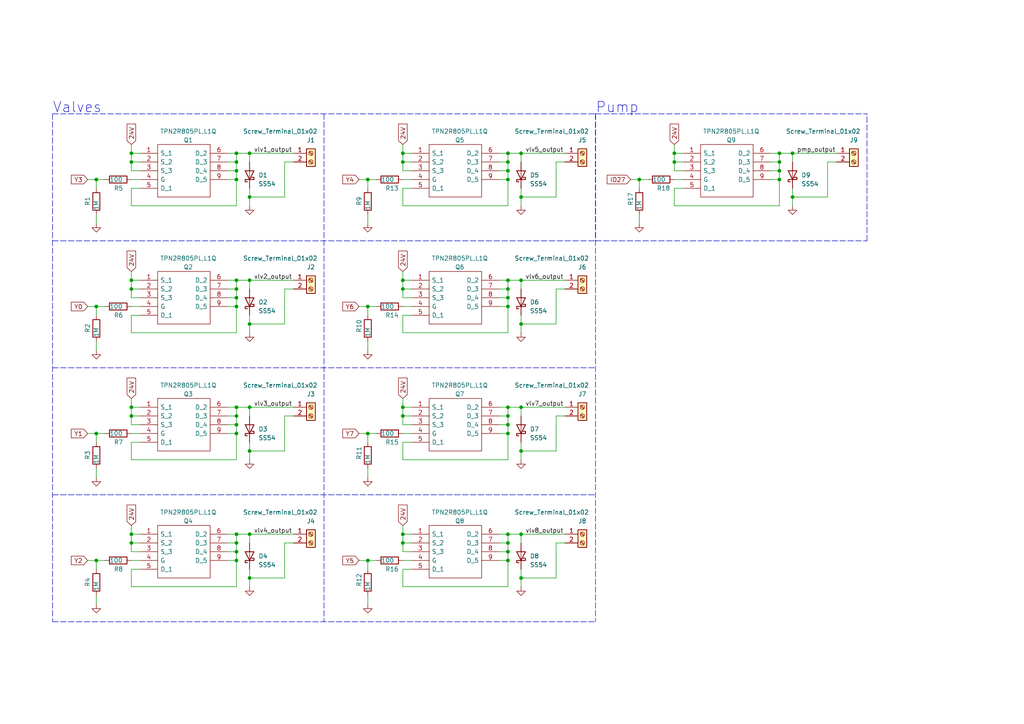
<source format=kicad_sch>
(kicad_sch (version 20211123) (generator eeschema)
  (paper "A4")
  (title_block (title "Plant Watering") (date "2022-08-29") (rev "1") (company "All in one device for plant irrigation") (comment 1 "Reading moisture, processing data, including weather, switching of solenoid valves") (comment 2 "5 A peak current, max. 1 s") (comment 3 "24 V input voltage"))
  (lib_symbols
    (symbol "Connector:Screw_Terminal_01x02" (pin_names (offset 1.016) hide)
      (property "Reference" "J" (at 0 2.54 0))
      (property "Value" "Screw_Terminal_01x02" (at 0 -5.08 0))
      (symbol "Screw_Terminal_01x02_1_1"
        (rectangle (start -1.27 1.27) (end 1.27 -3.81) (stroke (width 0.254)) (fill (type background)))
        (circle (center 0 -2.54) (radius 0.635) (stroke (width 0.1524)))
        (polyline (pts (xy -0.5334 -2.2098) (xy 0.3302 -3.048)) (stroke (width 0.1524)))
        (polyline (pts (xy -0.5334 0.3302) (xy 0.3302 -0.508)) (stroke (width 0.1524)))
        (polyline (pts (xy -0.3556 -2.032) (xy 0.508 -2.8702)) (stroke (width 0.1524)))
        (polyline (pts (xy -0.3556 0.508) (xy 0.508 -0.3302)) (stroke (width 0.1524)))
        (circle (center 0 0) (radius 0.635) (stroke (width 0.1524)))
        (pin passive line (at -5.08 0 0) (length 3.81) (name "Pin_1") (number "1"))
        (pin passive line (at -5.08 -2.54 0) (length 3.81) (name "Pin_2") (number "2"))
      )
    )
    (symbol "Device:D_Schottky" (pin_numbers hide) (pin_names (offset 1.016) hide)
      (property "Reference" "D" (at 0 2.54 0))
      (property "Value" "D_Schottky" (at 0 -2.54 0))
      (symbol "D_Schottky_0_1"
        (polyline (pts (xy 1.27 0) (xy -1.27 0)))
        (polyline (pts (xy 1.27 1.27) (xy 1.27 -1.27) (xy -1.27 0) (xy 1.27 1.27)) (stroke (width 0.254)))
        (polyline (pts (xy -1.905 0.635) (xy -1.905 1.27) (xy -1.27 1.27) (xy -1.27 -1.27) (xy -0.635 -1.27) (xy -0.635 -0.635)) (stroke (width 0.254)))
      )
      (symbol "D_Schottky_1_1"
        (pin passive line (at -3.81 0 0) (length 2.54) (name "K") (number "1"))
        (pin passive line (at 3.81 0 180) (length 2.54) (name "A") (number "2"))
      )
    )
    (symbol "Device:R" (pin_numbers hide) (pin_names (offset 0))
      (property "Reference" "R" (at 2.032 0 90))
      (property "Value" "R" (at 0 0 90))
      (symbol "R_0_1"
        (rectangle (start -1.016 -2.54) (end 1.016 2.54) (stroke (width 0.254)))
      )
      (symbol "R_1_1"
        (pin passive line (at 0 3.81 270) (length 1.27) (name "~") (number "1"))
        (pin passive line (at 0 -3.81 90) (length 1.27) (name "~") (number "2"))
      )
    )
    (symbol "SamacSys_Parts:TPN2R805PL,L1Q" (pin_names (offset 0.762))
      (property "Reference" "Q" (at 21.59 7.62 0))
      (property "Value" "TPN2R805PL,L1Q" (at 21.59 5.08 0))
      (symbol "TPN2R805PL,L1Q_0_0"
        (pin passive line (at 0 0 0) (length 5.08) (name "S_1") (number "1"))
        (pin passive line (at 0 -2.54 0) (length 5.08) (name "S_2") (number "2"))
        (pin passive line (at 0 -5.08 0) (length 5.08) (name "S_3") (number "3"))
        (pin passive line (at 0 -7.62 0) (length 5.08) (name "G") (number "4"))
        (pin passive line (at 0 -10.16 0) (length 5.08) (name "D_1") (number "5"))
        (pin passive line (at 25.4 0 180) (length 5.08) (name "D_2") (number "6"))
        (pin passive line (at 25.4 -2.54 180) (length 5.08) (name "D_3") (number "7"))
        (pin passive line (at 25.4 -5.08 180) (length 5.08) (name "D_4") (number "8"))
        (pin passive line (at 25.4 -7.62 180) (length 5.08) (name "D_5") (number "9"))
      )
      (symbol "TPN2R805PL,L1Q_0_1"
        (polyline (pts (xy 5.08 2.54) (xy 20.32 2.54) (xy 20.32 -12.7) (xy 5.08 -12.7) (xy 5.08 2.54)) (stroke (width 0.1524)))
      )
    )
    (symbol "power:GND" (power) (pin_names (offset 0))
      (property "Value" "GND" (at 0 -3.81 0))
      (symbol "GND_0_1"
        (polyline (pts (xy 0 0) (xy 0 -1.27) (xy 1.27 -1.27) (xy 0 -2.54) (xy -1.27 -1.27) (xy 0 -1.27)))
      )
      (symbol "GND_1_1"
        (pin power_in line (at 0 0 270) (length 0) hide (name "GND") (number "1"))
      )
    )
  )
  (junction (at 151.13 93.98))
  (junction (at 68.58 157.48))
  (junction (at 38.1 46.99))
  (junction (at 229.87 44.45))
  (junction (at 68.58 83.82))
  (junction (at 116.84 120.65))
  (junction (at 68.58 88.9))
  (junction (at 116.84 46.99))
  (junction (at 226.06 52.07))
  (junction (at 147.32 81.28))
  (junction (at 147.32 49.53))
  (junction (at 116.84 118.11))
  (junction (at 147.32 123.19))
  (junction (at 147.32 83.82))
  (junction (at 68.58 49.53))
  (junction (at 226.06 49.53))
  (junction (at 106.68 52.07))
  (junction (at 147.32 157.48))
  (junction (at 116.84 81.28))
  (junction (at 229.87 57.15))
  (junction (at 116.84 83.82))
  (junction (at 226.06 44.45))
  (junction (at 195.58 46.99))
  (junction (at 68.58 46.99))
  (junction (at 116.84 154.94))
  (junction (at 72.39 118.11))
  (junction (at 116.84 157.48))
  (junction (at 151.13 57.15))
  (junction (at 38.1 118.11))
  (junction (at 106.68 125.73))
  (junction (at 147.32 86.36))
  (junction (at 195.58 44.45))
  (junction (at 185.42 52.07))
  (junction (at 68.58 52.07))
  (junction (at 68.58 44.45))
  (junction (at 147.32 44.45))
  (junction (at 147.32 154.94))
  (junction (at 68.58 120.65))
  (junction (at 68.58 118.11))
  (junction (at 68.58 81.28))
  (junction (at 68.58 123.19))
  (junction (at 151.13 81.28))
  (junction (at 147.32 88.9))
  (junction (at 147.32 52.07))
  (junction (at 27.94 125.73))
  (junction (at 72.39 44.45))
  (junction (at 72.39 167.64))
  (junction (at 68.58 162.56))
  (junction (at 38.1 83.82))
  (junction (at 147.32 120.65))
  (junction (at 147.32 46.99))
  (junction (at 106.68 162.56))
  (junction (at 151.13 44.45))
  (junction (at 38.1 157.48))
  (junction (at 68.58 154.94))
  (junction (at 226.06 46.99))
  (junction (at 72.39 154.94))
  (junction (at 151.13 130.81))
  (junction (at 27.94 52.07))
  (junction (at 151.13 118.11))
  (junction (at 72.39 57.15))
  (junction (at 151.13 167.64))
  (junction (at 27.94 162.56))
  (junction (at 38.1 154.94))
  (junction (at 68.58 86.36))
  (junction (at 147.32 125.73))
  (junction (at 38.1 81.28))
  (junction (at 68.58 125.73))
  (junction (at 116.84 44.45))
  (junction (at 106.68 88.9))
  (junction (at 72.39 130.81))
  (junction (at 38.1 120.65))
  (junction (at 68.58 160.02))
  (junction (at 147.32 118.11))
  (junction (at 38.1 44.45))
  (junction (at 151.13 154.94))
  (junction (at 147.32 162.56))
  (junction (at 27.94 88.9))
  (junction (at 72.39 81.28))
  (junction (at 147.32 160.02))
  (junction (at 72.39 93.98))
  (wire (pts (xy 161.29 157.48) (xy 161.29 167.64)))
  (wire (pts (xy 116.84 96.52) (xy 147.32 96.52)))
  (wire (pts (xy 40.64 160.02) (xy 38.1 160.02)))
  (wire (pts (xy 38.1 154.94) (xy 38.1 152.4)))
  (wire (pts (xy 151.13 128.27) (xy 151.13 130.81)))
  (wire (pts (xy 198.12 52.07) (xy 195.58 52.07)))
  (wire (pts (xy 40.64 49.53) (xy 38.1 49.53)))
  (wire (pts (xy 106.68 88.9) (xy 109.22 88.9)))
  (wire (pts (xy 82.55 157.48) (xy 82.55 167.64)))
  (polyline (pts (xy 15.24 180.34) (xy 172.72 180.34)))
  (wire (pts (xy 38.1 128.27) (xy 38.1 133.35)))
  (wire (pts (xy 147.32 123.19) (xy 144.78 123.19)))
  (wire (pts (xy 25.4 88.9) (xy 27.94 88.9)))
  (wire (pts (xy 27.94 52.07) (xy 30.48 52.07)))
  (wire (pts (xy 147.32 160.02) (xy 144.78 160.02)))
  (wire (pts (xy 116.84 170.18) (xy 147.32 170.18)))
  (wire (pts (xy 195.58 44.45) (xy 195.58 41.91)))
  (wire (pts (xy 119.38 44.45) (xy 116.84 44.45)))
  (wire (pts (xy 119.38 88.9) (xy 116.84 88.9)))
  (wire (pts (xy 68.58 49.53) (xy 66.04 49.53)))
  (wire (pts (xy 116.84 123.19) (xy 116.84 120.65)))
  (wire (pts (xy 68.58 123.19) (xy 66.04 123.19)))
  (wire (pts (xy 72.39 93.98) (xy 72.39 96.52)))
  (wire (pts (xy 116.84 86.36) (xy 116.84 83.82)))
  (wire (pts (xy 68.58 81.28) (xy 72.39 81.28)))
  (wire (pts (xy 161.29 130.81) (xy 151.13 130.81)))
  (wire (pts (xy 104.14 88.9) (xy 106.68 88.9)))
  (wire (pts (xy 68.58 118.11) (xy 72.39 118.11)))
  (wire (pts (xy 106.68 62.23) (xy 106.68 64.77)))
  (wire (pts (xy 38.1 160.02) (xy 38.1 157.48)))
  (wire (pts (xy 147.32 123.19) (xy 147.32 120.65)))
  (wire (pts (xy 119.38 154.94) (xy 116.84 154.94)))
  (wire (pts (xy 68.58 88.9) (xy 68.58 86.36)))
  (wire (pts (xy 147.32 125.73) (xy 147.32 123.19)))
  (wire (pts (xy 147.32 157.48) (xy 144.78 157.48)))
  (wire (pts (xy 182.88 52.07) (xy 185.42 52.07)))
  (wire (pts (xy 68.58 44.45) (xy 66.04 44.45)))
  (wire (pts (xy 72.39 81.28) (xy 85.09 81.28)))
  (wire (pts (xy 68.58 133.35) (xy 68.58 125.73)))
  (wire (pts (xy 151.13 93.98) (xy 151.13 96.52)))
  (wire (pts (xy 68.58 81.28) (xy 66.04 81.28)))
  (wire (pts (xy 82.55 130.81) (xy 72.39 130.81)))
  (wire (pts (xy 116.84 49.53) (xy 116.84 46.99)))
  (wire (pts (xy 106.68 162.56) (xy 109.22 162.56)))
  (wire (pts (xy 106.68 125.73) (xy 109.22 125.73)))
  (wire (pts (xy 226.06 44.45) (xy 223.52 44.45)))
  (wire (pts (xy 151.13 118.11) (xy 163.83 118.11)))
  (wire (pts (xy 119.38 118.11) (xy 116.84 118.11)))
  (wire (pts (xy 40.64 86.36) (xy 38.1 86.36)))
  (wire (pts (xy 72.39 154.94) (xy 72.39 157.48)))
  (wire (pts (xy 68.58 118.11) (xy 66.04 118.11)))
  (wire (pts (xy 38.1 170.18) (xy 68.58 170.18)))
  (wire (pts (xy 38.1 83.82) (xy 38.1 81.28)))
  (wire (pts (xy 106.68 52.07) (xy 109.22 52.07)))
  (wire (pts (xy 82.55 93.98) (xy 72.39 93.98)))
  (wire (pts (xy 240.03 46.99) (xy 240.03 57.15)))
  (wire (pts (xy 72.39 44.45) (xy 72.39 46.99)))
  (wire (pts (xy 40.64 162.56) (xy 38.1 162.56)))
  (wire (pts (xy 151.13 91.44) (xy 151.13 93.98)))
  (wire (pts (xy 27.94 88.9) (xy 27.94 91.44)))
  (wire (pts (xy 27.94 52.07) (xy 27.94 54.61)))
  (wire (pts (xy 72.39 118.11) (xy 85.09 118.11)))
  (wire (pts (xy 151.13 154.94) (xy 151.13 157.48)))
  (wire (pts (xy 40.64 154.94) (xy 38.1 154.94)))
  (wire (pts (xy 72.39 128.27) (xy 72.39 130.81)))
  (wire (pts (xy 68.58 52.07) (xy 68.58 49.53)))
  (wire (pts (xy 85.09 46.99) (xy 82.55 46.99)))
  (wire (pts (xy 147.32 52.07) (xy 144.78 52.07)))
  (wire (pts (xy 116.84 133.35) (xy 147.32 133.35)))
  (wire (pts (xy 226.06 46.99) (xy 223.52 46.99)))
  (wire (pts (xy 151.13 154.94) (xy 163.83 154.94)))
  (wire (pts (xy 161.29 83.82) (xy 161.29 93.98)))
  (wire (pts (xy 147.32 120.65) (xy 144.78 120.65)))
  (wire (pts (xy 226.06 46.99) (xy 226.06 44.45)))
  (wire (pts (xy 229.87 57.15) (xy 229.87 59.69)))
  (wire (pts (xy 106.68 135.89) (xy 106.68 138.43)))
  (wire (pts (xy 27.94 135.89) (xy 27.94 138.43)))
  (polyline (pts (xy 15.24 106.68) (xy 172.72 106.68)))
  (wire (pts (xy 68.58 86.36) (xy 68.58 83.82)))
  (wire (pts (xy 68.58 86.36) (xy 66.04 86.36)))
  (wire (pts (xy 229.87 44.45) (xy 242.57 44.45)))
  (wire (pts (xy 185.42 62.23) (xy 185.42 64.77)))
  (wire (pts (xy 147.32 118.11) (xy 144.78 118.11)))
  (wire (pts (xy 147.32 133.35) (xy 147.32 125.73)))
  (wire (pts (xy 40.64 54.61) (xy 38.1 54.61)))
  (wire (pts (xy 226.06 52.07) (xy 226.06 49.53)))
  (wire (pts (xy 147.32 88.9) (xy 147.32 86.36)))
  (wire (pts (xy 119.38 91.44) (xy 116.84 91.44)))
  (wire (pts (xy 119.38 83.82) (xy 116.84 83.82)))
  (wire (pts (xy 119.38 54.61) (xy 116.84 54.61)))
  (wire (pts (xy 40.64 88.9) (xy 38.1 88.9)))
  (wire (pts (xy 38.1 59.69) (xy 68.58 59.69)))
  (wire (pts (xy 147.32 162.56) (xy 144.78 162.56)))
  (wire (pts (xy 40.64 125.73) (xy 38.1 125.73)))
  (wire (pts (xy 119.38 157.48) (xy 116.84 157.48)))
  (wire (pts (xy 161.29 57.15) (xy 151.13 57.15)))
  (polyline (pts (xy 172.72 33.02) (xy 172.72 69.85)))
  (wire (pts (xy 68.58 157.48) (xy 66.04 157.48)))
  (wire (pts (xy 38.1 46.99) (xy 38.1 44.45)))
  (wire (pts (xy 40.64 83.82) (xy 38.1 83.82)))
  (wire (pts (xy 38.1 120.65) (xy 38.1 118.11)))
  (wire (pts (xy 147.32 83.82) (xy 147.32 81.28)))
  (wire (pts (xy 116.84 118.11) (xy 116.84 115.57)))
  (wire (pts (xy 147.32 160.02) (xy 147.32 157.48)))
  (wire (pts (xy 68.58 59.69) (xy 68.58 52.07)))
  (wire (pts (xy 68.58 154.94) (xy 72.39 154.94)))
  (polyline (pts (xy 15.24 33.02) (xy 15.24 180.34)))
  (polyline (pts (xy 15.24 143.51) (xy 172.72 143.51)))
  (wire (pts (xy 38.1 86.36) (xy 38.1 83.82)))
  (wire (pts (xy 38.1 133.35) (xy 68.58 133.35)))
  (wire (pts (xy 151.13 44.45) (xy 163.83 44.45)))
  (wire (pts (xy 116.84 165.1) (xy 116.84 170.18)))
  (wire (pts (xy 147.32 170.18) (xy 147.32 162.56)))
  (wire (pts (xy 147.32 120.65) (xy 147.32 118.11)))
  (wire (pts (xy 72.39 54.61) (xy 72.39 57.15)))
  (polyline (pts (xy 15.24 33.02) (xy 172.72 33.02)))
  (wire (pts (xy 147.32 154.94) (xy 151.13 154.94)))
  (wire (pts (xy 147.32 118.11) (xy 151.13 118.11)))
  (wire (pts (xy 119.38 46.99) (xy 116.84 46.99)))
  (wire (pts (xy 147.32 59.69) (xy 147.32 52.07)))
  (wire (pts (xy 27.94 88.9) (xy 30.48 88.9)))
  (wire (pts (xy 68.58 120.65) (xy 68.58 118.11)))
  (wire (pts (xy 68.58 44.45) (xy 72.39 44.45)))
  (wire (pts (xy 38.1 118.11) (xy 38.1 115.57)))
  (wire (pts (xy 119.38 52.07) (xy 116.84 52.07)))
  (wire (pts (xy 119.38 49.53) (xy 116.84 49.53)))
  (wire (pts (xy 119.38 81.28) (xy 116.84 81.28)))
  (wire (pts (xy 151.13 44.45) (xy 151.13 46.99)))
  (wire (pts (xy 40.64 128.27) (xy 38.1 128.27)))
  (wire (pts (xy 147.32 162.56) (xy 147.32 160.02)))
  (wire (pts (xy 151.13 118.11) (xy 151.13 120.65)))
  (wire (pts (xy 104.14 52.07) (xy 106.68 52.07)))
  (wire (pts (xy 68.58 120.65) (xy 66.04 120.65)))
  (wire (pts (xy 72.39 167.64) (xy 72.39 170.18)))
  (wire (pts (xy 151.13 81.28) (xy 163.83 81.28)))
  (wire (pts (xy 85.09 83.82) (xy 82.55 83.82)))
  (wire (pts (xy 147.32 49.53) (xy 144.78 49.53)))
  (wire (pts (xy 68.58 160.02) (xy 66.04 160.02)))
  (wire (pts (xy 119.38 165.1) (xy 116.84 165.1)))
  (wire (pts (xy 27.94 125.73) (xy 27.94 128.27)))
  (wire (pts (xy 40.64 118.11) (xy 38.1 118.11)))
  (wire (pts (xy 161.29 167.64) (xy 151.13 167.64)))
  (wire (pts (xy 147.32 46.99) (xy 144.78 46.99)))
  (wire (pts (xy 38.1 165.1) (xy 38.1 170.18)))
  (wire (pts (xy 40.64 52.07) (xy 38.1 52.07)))
  (wire (pts (xy 38.1 91.44) (xy 38.1 96.52)))
  (wire (pts (xy 198.12 54.61) (xy 195.58 54.61)))
  (wire (pts (xy 147.32 154.94) (xy 144.78 154.94)))
  (polyline (pts (xy 172.72 33.02) (xy 251.46 33.02)))
  (wire (pts (xy 82.55 46.99) (xy 82.55 57.15)))
  (wire (pts (xy 226.06 44.45) (xy 229.87 44.45)))
  (wire (pts (xy 82.55 57.15) (xy 72.39 57.15)))
  (wire (pts (xy 25.4 52.07) (xy 27.94 52.07)))
  (wire (pts (xy 147.32 81.28) (xy 151.13 81.28)))
  (wire (pts (xy 68.58 52.07) (xy 66.04 52.07)))
  (wire (pts (xy 27.94 125.73) (xy 30.48 125.73)))
  (wire (pts (xy 27.94 162.56) (xy 27.94 165.1)))
  (wire (pts (xy 68.58 83.82) (xy 68.58 81.28)))
  (wire (pts (xy 68.58 46.99) (xy 68.58 44.45)))
  (wire (pts (xy 226.06 52.07) (xy 223.52 52.07)))
  (wire (pts (xy 106.68 88.9) (xy 106.68 91.44)))
  (wire (pts (xy 106.68 52.07) (xy 106.68 54.61)))
  (wire (pts (xy 119.38 162.56) (xy 116.84 162.56)))
  (wire (pts (xy 27.94 162.56) (xy 30.48 162.56)))
  (wire (pts (xy 242.57 46.99) (xy 240.03 46.99)))
  (wire (pts (xy 163.83 83.82) (xy 161.29 83.82)))
  (wire (pts (xy 106.68 162.56) (xy 106.68 165.1)))
  (wire (pts (xy 116.84 120.65) (xy 116.84 118.11)))
  (wire (pts (xy 38.1 54.61) (xy 38.1 59.69)))
  (wire (pts (xy 229.87 44.45) (xy 229.87 46.99)))
  (wire (pts (xy 198.12 49.53) (xy 195.58 49.53)))
  (wire (pts (xy 68.58 83.82) (xy 66.04 83.82)))
  (wire (pts (xy 72.39 81.28) (xy 72.39 83.82)))
  (wire (pts (xy 25.4 125.73) (xy 27.94 125.73)))
  (wire (pts (xy 68.58 88.9) (xy 66.04 88.9)))
  (wire (pts (xy 85.09 120.65) (xy 82.55 120.65)))
  (wire (pts (xy 68.58 125.73) (xy 66.04 125.73)))
  (wire (pts (xy 198.12 44.45) (xy 195.58 44.45)))
  (wire (pts (xy 106.68 125.73) (xy 106.68 128.27)))
  (wire (pts (xy 38.1 44.45) (xy 38.1 41.91)))
  (wire (pts (xy 147.32 86.36) (xy 147.32 83.82)))
  (wire (pts (xy 40.64 44.45) (xy 38.1 44.45)))
  (wire (pts (xy 82.55 83.82) (xy 82.55 93.98)))
  (wire (pts (xy 119.38 160.02) (xy 116.84 160.02)))
  (wire (pts (xy 116.84 154.94) (xy 116.84 152.4)))
  (wire (pts (xy 147.32 125.73) (xy 144.78 125.73)))
  (wire (pts (xy 163.83 157.48) (xy 161.29 157.48)))
  (wire (pts (xy 38.1 123.19) (xy 38.1 120.65)))
  (wire (pts (xy 72.39 57.15) (xy 72.39 59.69)))
  (wire (pts (xy 116.84 157.48) (xy 116.84 154.94)))
  (wire (pts (xy 68.58 49.53) (xy 68.58 46.99)))
  (wire (pts (xy 68.58 125.73) (xy 68.58 123.19)))
  (wire (pts (xy 25.4 162.56) (xy 27.94 162.56)))
  (wire (pts (xy 161.29 93.98) (xy 151.13 93.98)))
  (wire (pts (xy 151.13 54.61) (xy 151.13 57.15)))
  (wire (pts (xy 195.58 59.69) (xy 226.06 59.69)))
  (wire (pts (xy 40.64 46.99) (xy 38.1 46.99)))
  (wire (pts (xy 147.32 49.53) (xy 147.32 46.99)))
  (wire (pts (xy 195.58 46.99) (xy 195.58 44.45)))
  (wire (pts (xy 147.32 81.28) (xy 144.78 81.28)))
  (wire (pts (xy 147.32 86.36) (xy 144.78 86.36)))
  (wire (pts (xy 68.58 160.02) (xy 68.58 157.48)))
  (wire (pts (xy 116.84 54.61) (xy 116.84 59.69)))
  (wire (pts (xy 106.68 172.72) (xy 106.68 175.26)))
  (wire (pts (xy 68.58 96.52) (xy 68.58 88.9)))
  (wire (pts (xy 147.32 44.45) (xy 144.78 44.45)))
  (wire (pts (xy 40.64 120.65) (xy 38.1 120.65)))
  (wire (pts (xy 185.42 52.07) (xy 187.96 52.07)))
  (wire (pts (xy 161.29 46.99) (xy 161.29 57.15)))
  (wire (pts (xy 27.94 62.23) (xy 27.94 64.77)))
  (wire (pts (xy 147.32 52.07) (xy 147.32 49.53)))
  (wire (pts (xy 40.64 91.44) (xy 38.1 91.44)))
  (wire (pts (xy 116.84 81.28) (xy 116.84 78.74)))
  (wire (pts (xy 68.58 46.99) (xy 66.04 46.99)))
  (wire (pts (xy 82.55 120.65) (xy 82.55 130.81)))
  (polyline (pts (xy 251.46 69.85) (xy 251.46 33.02)))
  (wire (pts (xy 68.58 123.19) (xy 68.58 120.65)))
  (wire (pts (xy 147.32 88.9) (xy 144.78 88.9)))
  (wire (pts (xy 40.64 157.48) (xy 38.1 157.48)))
  (wire (pts (xy 163.83 120.65) (xy 161.29 120.65)))
  (wire (pts (xy 119.38 123.19) (xy 116.84 123.19)))
  (wire (pts (xy 38.1 157.48) (xy 38.1 154.94)))
  (wire (pts (xy 147.32 96.52) (xy 147.32 88.9)))
  (wire (pts (xy 116.84 128.27) (xy 116.84 133.35)))
  (wire (pts (xy 116.84 91.44) (xy 116.84 96.52)))
  (wire (pts (xy 116.84 83.82) (xy 116.84 81.28)))
  (wire (pts (xy 68.58 154.94) (xy 66.04 154.94)))
  (wire (pts (xy 151.13 167.64) (xy 151.13 170.18)))
  (wire (pts (xy 40.64 81.28) (xy 38.1 81.28)))
  (wire (pts (xy 229.87 54.61) (xy 229.87 57.15)))
  (wire (pts (xy 119.38 120.65) (xy 116.84 120.65)))
  (wire (pts (xy 68.58 162.56) (xy 68.58 160.02)))
  (wire (pts (xy 147.32 83.82) (xy 144.78 83.82)))
  (wire (pts (xy 226.06 49.53) (xy 223.52 49.53)))
  (polyline (pts (xy 93.98 33.02) (xy 93.98 180.34)))
  (wire (pts (xy 119.38 128.27) (xy 116.84 128.27)))
  (wire (pts (xy 161.29 120.65) (xy 161.29 130.81)))
  (wire (pts (xy 27.94 172.72) (xy 27.94 175.26)))
  (wire (pts (xy 240.03 57.15) (xy 229.87 57.15)))
  (wire (pts (xy 116.84 44.45) (xy 116.84 41.91)))
  (wire (pts (xy 72.39 91.44) (xy 72.39 93.98)))
  (wire (pts (xy 116.84 59.69) (xy 147.32 59.69)))
  (polyline (pts (xy 15.24 69.85) (xy 172.72 69.85)))
  (wire (pts (xy 119.38 86.36) (xy 116.84 86.36)))
  (wire (pts (xy 85.09 157.48) (xy 82.55 157.48)))
  (wire (pts (xy 226.06 59.69) (xy 226.06 52.07)))
  (wire (pts (xy 185.42 52.07) (xy 185.42 54.61)))
  (wire (pts (xy 68.58 170.18) (xy 68.58 162.56)))
  (wire (pts (xy 195.58 49.53) (xy 195.58 46.99)))
  (wire (pts (xy 119.38 125.73) (xy 116.84 125.73)))
  (wire (pts (xy 38.1 49.53) (xy 38.1 46.99)))
  (wire (pts (xy 106.68 99.06) (xy 106.68 101.6)))
  (wire (pts (xy 72.39 44.45) (xy 85.09 44.45)))
  (wire (pts (xy 40.64 123.19) (xy 38.1 123.19)))
  (wire (pts (xy 195.58 54.61) (xy 195.58 59.69)))
  (polyline (pts (xy 172.72 69.85) (xy 251.46 69.85)))
  (wire (pts (xy 82.55 167.64) (xy 72.39 167.64)))
  (wire (pts (xy 38.1 96.52) (xy 68.58 96.52)))
  (wire (pts (xy 151.13 130.81) (xy 151.13 133.35)))
  (wire (pts (xy 147.32 157.48) (xy 147.32 154.94)))
  (wire (pts (xy 226.06 49.53) (xy 226.06 46.99)))
  (wire (pts (xy 151.13 57.15) (xy 151.13 59.69)))
  (wire (pts (xy 68.58 162.56) (xy 66.04 162.56)))
  (polyline (pts (xy 172.72 33.02) (xy 172.72 180.34)))
  (wire (pts (xy 40.64 165.1) (xy 38.1 165.1)))
  (wire (pts (xy 151.13 165.1) (xy 151.13 167.64)))
  (wire (pts (xy 72.39 118.11) (xy 72.39 120.65)))
  (wire (pts (xy 68.58 157.48) (xy 68.58 154.94)))
  (wire (pts (xy 198.12 46.99) (xy 195.58 46.99)))
  (wire (pts (xy 163.83 46.99) (xy 161.29 46.99)))
  (wire (pts (xy 147.32 44.45) (xy 151.13 44.45)))
  (wire (pts (xy 147.32 46.99) (xy 147.32 44.45)))
  (wire (pts (xy 151.13 81.28) (xy 151.13 83.82)))
  (wire (pts (xy 72.39 154.94) (xy 85.09 154.94)))
  (wire (pts (xy 72.39 130.81) (xy 72.39 133.35)))
  (wire (pts (xy 104.14 162.56) (xy 106.68 162.56)))
  (wire (pts (xy 27.94 99.06) (xy 27.94 101.6)))
  (wire (pts (xy 72.39 165.1) (xy 72.39 167.64)))
  (wire (pts (xy 38.1 81.28) (xy 38.1 78.74)))
  (wire (pts (xy 104.14 125.73) (xy 106.68 125.73)))
  (wire (pts (xy 116.84 46.99) (xy 116.84 44.45)))
  (wire (pts (xy 116.84 160.02) (xy 116.84 157.48)))
  (text "Valves" (at 15.24 33.02 0) (effects (font (size 3 3)) (justify left bottom)))
  (text "Pump" (at 172.72 33.02 0) (effects (font (size 3 3)) (justify left bottom)))
  (label "vlv3_output" (at 73.66 118.11 0))
  (label "vlv5_output" (at 152.4 44.45 0))
  (label "vlv2_output" (at 73.66 81.28 0))
  (label "vlv7_output" (at 152.4 118.11 0))
  (label "vlv8_output" (at 152.4 154.94 0))
  (label "pmp_output" (at 231.14 44.45 0))
  (label "vlv6_output" (at 152.4 81.28 0))
  (label "vlv1_output" (at 73.66 44.45 0))
  (label "vlv4_output" (at 73.66 154.94 0))
  (global_label "Y7" (shape input) (at 104.14 125.73 180) (property "Intersheet References" "${INTERSHEET_REFS}" (effects hide)))
  (global_label "24V" (shape input) (at 116.84 115.57 90) (property "Intersheet References" "${INTERSHEET_REFS}" (effects hide)))
  (global_label "24V" (shape input) (at 38.1 78.74 90) (property "Intersheet References" "${INTERSHEET_REFS}" (effects hide)))
  (global_label "24V" (shape input) (at 38.1 115.57 90) (property "Intersheet References" "${INTERSHEET_REFS}" (effects hide)))
  (global_label "Y2" (shape input) (at 25.4 162.56 180) (property "Intersheet References" "${INTERSHEET_REFS}" (effects hide)))
  (global_label "24V" (shape input) (at 38.1 152.4 90) (property "Intersheet References" "${INTERSHEET_REFS}" (effects hide)))
  (global_label "Y5" (shape input) (at 104.14 162.56 180) (property "Intersheet References" "${INTERSHEET_REFS}" (effects hide)))
  (global_label "24V" (shape input) (at 38.1 41.91 90) (property "Intersheet References" "${INTERSHEET_REFS}" (effects hide)))
  (global_label "24V" (shape input) (at 116.84 41.91 90) (property "Intersheet References" "${INTERSHEET_REFS}" (effects hide)))
  (global_label "24V" (shape input) (at 116.84 78.74 90) (property "Intersheet References" "${INTERSHEET_REFS}" (effects hide)))
  (global_label "IO27" (shape input) (at 182.88 52.07 180) (property "Intersheet References" "${INTERSHEET_REFS}" (effects hide)))
  (global_label "24V" (shape input) (at 116.84 152.4 90) (property "Intersheet References" "${INTERSHEET_REFS}" (effects hide)))
  (global_label "Y1" (shape input) (at 25.4 125.73 180) (property "Intersheet References" "${INTERSHEET_REFS}" (effects hide)))
  (global_label "Y0" (shape input) (at 25.4 88.9 180) (property "Intersheet References" "${INTERSHEET_REFS}" (effects hide)))
  (global_label "24V" (shape input) (at 195.58 41.91 90) (property "Intersheet References" "${INTERSHEET_REFS}" (effects hide)))
  (global_label "Y4" (shape input) (at 104.14 52.07 180) (property "Intersheet References" "${INTERSHEET_REFS}" (effects hide)))
  (global_label "Y6" (shape input) (at 104.14 88.9 180) (property "Intersheet References" "${INTERSHEET_REFS}" (effects hide)))
  (global_label "Y3" (shape input) (at 25.4 52.07 180) (property "Intersheet References" "${INTERSHEET_REFS}" (effects hide)))
  (symbol (lib_id "power:GND") (at 106.68 64.77 0) (unit 1)
    (property "Reference" "#PWR010" (effects hide))
    (property "Value" "GND" (effects hide))
  )
  (symbol (lib_id "power:GND") (at 27.94 64.77 0) (unit 1)
    (property "Reference" "#PWR01" (effects hide))
    (property "Value" "GND" (effects hide))
  )
  (symbol (lib_id "power:GND") (at 27.94 101.6 0) (unit 1)
    (property "Reference" "#PWR02" (effects hide))
    (property "Value" "GND" (effects hide))
  )
  (symbol (lib_id "SamacSys_Parts:TPN2R805PL,L1Q") (at 40.64 44.45 0) (unit 1)
    (property "Reference" "Q1" (at 54.61 40.64 0))
    (property "Value" "TPN2R805PL,L1Q" (at 54.61 38.1 0))
    (property "Footprint" "TPN2R805PLL1Q" (effects hide))
    (property "Description" "N-Channel 45 V 139A (Ta), 80A (Tc) 2.67W (Ta), 104W (Tc) Surface Mount 8-TSON Advance (3.1x3.1)" (effects hide))
    (property "Height" "0.9" (effects hide))
    (property "Manufacturer_Name" "Toshiba" (effects hide))
    (property "Manufacturer_Part_Number" "TPN2R805PL,L1Q" (effects hide))
  )
  (symbol (lib_id "power:GND") (at 106.68 138.43 0) (unit 1)
    (property "Reference" "#PWR012" (effects hide))
    (property "Value" "GND" (effects hide))
  )
  (symbol (lib_id "Device:D_Schottky") (at 72.39 50.8 90) (unit 1)
    (property "Reference" "D1" (at 74.93 50.8 90) (effects (justify right)))
    (property "Value" "SS54" (at 74.93 53.34 90) (effects (justify right)))
    (property "Footprint" "Diode_SMD:D_SMA" (effects hide))
    (property "LCSC" "C22452" (effects hide))
  )
  (symbol (lib_id "SamacSys_Parts:TPN2R805PL,L1Q") (at 40.64 81.28 0) (unit 1)
    (property "Reference" "Q2" (at 54.61 77.47 0))
    (property "Value" "TPN2R805PL,L1Q" (at 54.61 74.93 0))
    (property "Footprint" "TPN2R805PLL1Q" (effects hide))
    (property "Description" "N-Channel 45 V 139A (Ta), 80A (Tc) 2.67W (Ta), 104W (Tc) Surface Mount 8-TSON Advance (3.1x3.1)" (effects hide))
    (property "Height" "0.9" (effects hide))
    (property "Manufacturer_Name" "Toshiba" (effects hide))
    (property "Manufacturer_Part_Number" "TPN2R805PL,L1Q" (effects hide))
  )
  (symbol (lib_id "power:GND") (at 185.42 64.77 0) (unit 1)
    (property "Reference" "#PWR018" (effects hide))
    (property "Value" "GND" (effects hide))
  )
  (symbol (lib_id "Connector:Screw_Terminal_01x02") (at 90.17 81.28 0) (unit 1)
    (property "Reference" "J2" (at 90.17 77.47 0))
    (property "Value" "Screw_Terminal_01x02" (at 81.28 74.93 0))
    (property "Footprint" "TerminalBlock_Phoenix:TerminalBlock_Phoenix_PT-1,5-2-3.5-H_1x02_P3.50mm_Horizontal" (effects hide))
    (property "LCSC" "C474930" (effects hide))
  )
  (symbol (lib_id "Device:R") (at 106.68 58.42 0) (unit 1)
    (property "Reference" "R9" (at 104.14 59.69 90) (effects (justify left)))
    (property "Value" "1M" (at 106.68 60.96 90) (effects (justify left)))
    (property "Footprint" "Resistor_SMD:R_0805_2012Metric" (effects hide))
    (property "LCSC" "C17514" (effects hide))
  )
  (symbol (lib_id "SamacSys_Parts:TPN2R805PL,L1Q") (at 40.64 118.11 0) (unit 1)
    (property "Reference" "Q3" (at 54.61 114.3 0))
    (property "Value" "TPN2R805PL,L1Q" (at 54.61 111.76 0))
    (property "Footprint" "TPN2R805PLL1Q" (effects hide))
    (property "Description" "N-Channel 45 V 139A (Ta), 80A (Tc) 2.67W (Ta), 104W (Tc) Surface Mount 8-TSON Advance (3.1x3.1)" (effects hide))
    (property "Height" "0.9" (effects hide))
    (property "Manufacturer_Name" "Toshiba" (effects hide))
    (property "Manufacturer_Part_Number" "TPN2R805PL,L1Q" (effects hide))
  )
  (symbol (lib_id "Connector:Screw_Terminal_01x02") (at 90.17 44.45 0) (unit 1)
    (property "Reference" "J1" (at 90.17 40.64 0))
    (property "Value" "Screw_Terminal_01x02" (at 81.28 38.1 0))
    (property "Footprint" "TerminalBlock_Phoenix:TerminalBlock_Phoenix_PT-1,5-2-3.5-H_1x02_P3.50mm_Horizontal" (effects hide))
    (property "LCSC" "C474930" (effects hide))
  )
  (symbol (lib_id "Device:D_Schottky") (at 151.13 124.46 90) (unit 1)
    (property "Reference" "D7" (at 153.67 124.46 90) (effects (justify right)))
    (property "Value" "SS54" (at 153.67 127 90) (effects (justify right)))
    (property "Footprint" "Diode_SMD:D_SMA" (effects hide))
    (property "LCSC" "C22452" (effects hide))
  )
  (symbol (lib_id "SamacSys_Parts:TPN2R805PL,L1Q") (at 119.38 118.11 0) (unit 1)
    (property "Reference" "Q7" (at 133.35 114.3 0))
    (property "Value" "TPN2R805PL,L1Q" (at 133.35 111.76 0))
    (property "Footprint" "TPN2R805PLL1Q" (effects hide))
    (property "Description" "N-Channel 45 V 139A (Ta), 80A (Tc) 2.67W (Ta), 104W (Tc) Surface Mount 8-TSON Advance (3.1x3.1)" (effects hide))
    (property "Height" "0.9" (effects hide))
    (property "Manufacturer_Name" "Toshiba" (effects hide))
    (property "Manufacturer_Part_Number" "TPN2R805PL,L1Q" (effects hide))
  )
  (symbol (lib_id "SamacSys_Parts:TPN2R805PL,L1Q") (at 40.64 154.94 0) (unit 1)
    (property "Reference" "Q4" (at 54.61 151.13 0))
    (property "Value" "TPN2R805PL,L1Q" (at 54.61 148.59 0))
    (property "Footprint" "TPN2R805PLL1Q" (effects hide))
    (property "Description" "N-Channel 45 V 139A (Ta), 80A (Tc) 2.67W (Ta), 104W (Tc) Surface Mount 8-TSON Advance (3.1x3.1)" (effects hide))
    (property "Height" "0.9" (effects hide))
    (property "Manufacturer_Name" "Toshiba" (effects hide))
    (property "Manufacturer_Part_Number" "TPN2R805PL,L1Q" (effects hide))
  )
  (symbol (lib_id "SamacSys_Parts:TPN2R805PL,L1Q") (at 119.38 154.94 0) (unit 1)
    (property "Reference" "Q8" (at 133.35 151.13 0))
    (property "Value" "TPN2R805PL,L1Q" (at 133.35 148.59 0))
    (property "Footprint" "TPN2R805PLL1Q" (effects hide))
    (property "Description" "N-Channel 45 V 139A (Ta), 80A (Tc) 2.67W (Ta), 104W (Tc) Surface Mount 8-TSON Advance (3.1x3.1)" (effects hide))
    (property "Height" "0.9" (effects hide))
    (property "Manufacturer_Name" "Toshiba" (effects hide))
    (property "Manufacturer_Part_Number" "TPN2R805PL,L1Q" (effects hide))
  )
  (symbol (lib_id "Device:R") (at 185.42 58.42 0) (unit 1)
    (property "Reference" "R17" (at 182.88 59.69 90) (effects (justify left)))
    (property "Value" "1M" (at 185.42 60.96 90) (effects (justify left)))
    (property "Footprint" "Resistor_SMD:R_0805_2012Metric" (effects hide))
    (property "LCSC" "C17514" (effects hide))
  )
  (symbol (lib_id "Device:R") (at 27.94 168.91 0) (unit 1)
    (property "Reference" "R4" (at 25.4 170.18 90) (effects (justify left)))
    (property "Value" "1M" (at 27.94 171.45 90) (effects (justify left)))
    (property "Footprint" "Resistor_SMD:R_0805_2012Metric" (effects hide))
    (property "LCSC" "C17514" (effects hide))
  )
  (symbol (lib_id "Device:R") (at 27.94 132.08 0) (unit 1)
    (property "Reference" "R3" (at 25.4 133.35 90) (effects (justify left)))
    (property "Value" "1M" (at 27.94 134.62 90) (effects (justify left)))
    (property "Footprint" "Resistor_SMD:R_0805_2012Metric" (effects hide))
    (property "LCSC" "C17514" (effects hide))
  )
  (symbol (lib_id "Connector:Screw_Terminal_01x02") (at 168.91 44.45 0) (unit 1)
    (property "Reference" "J5" (at 168.91 40.64 0))
    (property "Value" "Screw_Terminal_01x02" (at 160.02 38.1 0))
    (property "Footprint" "TerminalBlock_Phoenix:TerminalBlock_Phoenix_PT-1,5-2-3.5-H_1x02_P3.50mm_Horizontal" (effects hide))
    (property "LCSC" "C474930" (effects hide))
  )
  (symbol (lib_id "power:GND") (at 27.94 138.43 0) (unit 1)
    (property "Reference" "#PWR03" (effects hide))
    (property "Value" "GND" (effects hide))
  )
  (symbol (lib_id "Device:D_Schottky") (at 151.13 161.29 90) (unit 1)
    (property "Reference" "D8" (at 153.67 161.29 90) (effects (justify right)))
    (property "Value" "SS54" (at 153.67 163.83 90) (effects (justify right)))
    (property "Footprint" "Diode_SMD:D_SMA" (effects hide))
    (property "LCSC" "C22452" (effects hide))
  )
  (symbol (lib_id "power:GND") (at 151.13 59.69 0) (unit 1)
    (property "Reference" "#PWR014" (effects hide))
    (property "Value" "GND" (effects hide))
  )
  (symbol (lib_id "Device:R") (at 113.03 162.56 270) (unit 1)
    (property "Reference" "R16" (at 111.76 165.1 90) (effects (justify left)))
    (property "Value" "100" (at 110.49 162.56 90) (effects (justify left)))
    (property "Footprint" "Resistor_SMD:R_0805_2012Metric" (effects hide))
    (property "LCSC" "C17408" (effects hide))
  )
  (symbol (lib_id "Device:R") (at 106.68 168.91 0) (unit 1)
    (property "Reference" "R12" (at 104.14 170.18 90) (effects (justify left)))
    (property "Value" "1M" (at 106.68 171.45 90) (effects (justify left)))
    (property "Footprint" "Resistor_SMD:R_0805_2012Metric" (effects hide))
    (property "LCSC" "C17514" (effects hide))
  )
  (symbol (lib_id "power:GND") (at 151.13 170.18 0) (unit 1)
    (property "Reference" "#PWR017" (effects hide))
    (property "Value" "GND" (effects hide))
  )
  (symbol (lib_id "Device:R") (at 27.94 95.25 0) (unit 1)
    (property "Reference" "R2" (at 25.4 96.52 90) (effects (justify left)))
    (property "Value" "1M" (at 27.94 97.79 90) (effects (justify left)))
    (property "Footprint" "Resistor_SMD:R_0805_2012Metric" (effects hide))
    (property "LCSC" "C17514" (effects hide))
  )
  (symbol (lib_id "Device:D_Schottky") (at 72.39 124.46 90) (unit 1)
    (property "Reference" "D3" (at 74.93 124.46 90) (effects (justify right)))
    (property "Value" "SS54" (at 74.93 127 90) (effects (justify right)))
    (property "Footprint" "Diode_SMD:D_SMA" (effects hide))
    (property "LCSC" "C22452" (effects hide))
  )
  (symbol (lib_id "power:GND") (at 106.68 175.26 0) (unit 1)
    (property "Reference" "#PWR013" (effects hide))
    (property "Value" "GND" (effects hide))
  )
  (symbol (lib_id "Device:R") (at 34.29 88.9 270) (unit 1)
    (property "Reference" "R6" (at 33.02 91.44 90) (effects (justify left)))
    (property "Value" "100" (at 31.75 88.9 90) (effects (justify left)))
    (property "Footprint" "Resistor_SMD:R_0805_2012Metric" (effects hide))
    (property "LCSC" "C17408" (effects hide))
  )
  (symbol (lib_id "power:GND") (at 72.39 133.35 0) (unit 1)
    (property "Reference" "#PWR08" (effects hide))
    (property "Value" "GND" (effects hide))
  )
  (symbol (lib_id "power:GND") (at 106.68 101.6 0) (unit 1)
    (property "Reference" "#PWR011" (effects hide))
    (property "Value" "GND" (effects hide))
  )
  (symbol (lib_id "Device:R") (at 27.94 58.42 0) (unit 1)
    (property "Reference" "R1" (at 25.4 59.69 90) (effects (justify left)))
    (property "Value" "1M" (at 27.94 60.96 90) (effects (justify left)))
    (property "Footprint" "Resistor_SMD:R_0805_2012Metric" (effects hide))
    (property "LCSC" "C17514" (effects hide))
  )
  (symbol (lib_id "Connector:Screw_Terminal_01x02") (at 168.91 81.28 0) (unit 1)
    (property "Reference" "J6" (at 168.91 77.47 0))
    (property "Value" "Screw_Terminal_01x02" (at 160.02 74.93 0))
    (property "Footprint" "TerminalBlock_Phoenix:TerminalBlock_Phoenix_PT-1,5-2-3.5-H_1x02_P3.50mm_Horizontal" (effects hide))
    (property "LCSC" "C474930" (effects hide))
  )
  (symbol (lib_id "Connector:Screw_Terminal_01x02") (at 168.91 118.11 0) (unit 1)
    (property "Reference" "J7" (at 168.91 114.3 0))
    (property "Value" "Screw_Terminal_01x02" (at 160.02 111.76 0))
    (property "Footprint" "TerminalBlock_Phoenix:TerminalBlock_Phoenix_PT-1,5-2-3.5-H_1x02_P3.50mm_Horizontal" (effects hide))
    (property "LCSC" "C474930" (effects hide))
  )
  (symbol (lib_id "Device:D_Schottky") (at 151.13 87.63 90) (unit 1)
    (property "Reference" "D6" (at 153.67 87.63 90) (effects (justify right)))
    (property "Value" "SS54" (at 153.67 90.17 90) (effects (justify right)))
    (property "Footprint" "Diode_SMD:D_SMA" (effects hide))
    (property "LCSC" "C22452" (effects hide))
  )
  (symbol (lib_id "Device:R") (at 34.29 162.56 270) (unit 1)
    (property "Reference" "R8" (at 33.02 165.1 90) (effects (justify left)))
    (property "Value" "100" (at 31.75 162.56 90) (effects (justify left)))
    (property "Footprint" "Resistor_SMD:R_0805_2012Metric" (effects hide))
    (property "LCSC" "C17408" (effects hide))
  )
  (symbol (lib_id "power:GND") (at 151.13 96.52 0) (unit 1)
    (property "Reference" "#PWR015" (effects hide))
    (property "Value" "GND" (effects hide))
  )
  (symbol (lib_id "Device:R") (at 113.03 125.73 270) (unit 1)
    (property "Reference" "R15" (at 111.76 128.27 90) (effects (justify left)))
    (property "Value" "100" (at 110.49 125.73 90) (effects (justify left)))
    (property "Footprint" "Resistor_SMD:R_0805_2012Metric" (effects hide))
    (property "LCSC" "C17408" (effects hide))
  )
  (symbol (lib_id "Connector:Screw_Terminal_01x02") (at 90.17 154.94 0) (unit 1)
    (property "Reference" "J4" (at 90.17 151.13 0))
    (property "Value" "Screw_Terminal_01x02" (at 81.28 148.59 0))
    (property "Footprint" "TerminalBlock_Phoenix:TerminalBlock_Phoenix_PT-1,5-2-3.5-H_1x02_P3.50mm_Horizontal" (effects hide))
    (property "LCSC" "C474930" (effects hide))
  )
  (symbol (lib_id "power:GND") (at 229.87 59.69 0) (unit 1)
    (property "Reference" "#PWR019" (effects hide))
    (property "Value" "GND" (effects hide))
  )
  (symbol (lib_id "Connector:Screw_Terminal_01x02") (at 168.91 154.94 0) (unit 1)
    (property "Reference" "J8" (at 168.91 151.13 0))
    (property "Value" "Screw_Terminal_01x02" (at 160.02 148.59 0))
    (property "Footprint" "TerminalBlock_Phoenix:TerminalBlock_Phoenix_PT-1,5-2-3.5-H_1x02_P3.50mm_Horizontal" (effects hide))
    (property "LCSC" "C474930" (effects hide))
  )
  (symbol (lib_id "Device:D_Schottky") (at 72.39 161.29 90) (unit 1)
    (property "Reference" "D4" (at 74.93 161.29 90) (effects (justify right)))
    (property "Value" "SS54" (at 74.93 163.83 90) (effects (justify right)))
    (property "Footprint" "Diode_SMD:D_SMA" (effects hide))
    (property "LCSC" "C22452" (effects hide))
  )
  (symbol (lib_id "Connector:Screw_Terminal_01x02") (at 90.17 118.11 0) (unit 1)
    (property "Reference" "J3" (at 90.17 114.3 0))
    (property "Value" "Screw_Terminal_01x02" (at 81.28 111.76 0))
    (property "Footprint" "TerminalBlock_Phoenix:TerminalBlock_Phoenix_PT-1,5-2-3.5-H_1x02_P3.50mm_Horizontal" (effects hide))
    (property "LCSC" "C474930" (effects hide))
  )
  (symbol (lib_id "SamacSys_Parts:TPN2R805PL,L1Q") (at 119.38 44.45 0) (unit 1)
    (property "Reference" "Q5" (at 133.35 40.64 0))
    (property "Value" "TPN2R805PL,L1Q" (at 133.35 38.1 0))
    (property "Footprint" "TPN2R805PLL1Q" (effects hide))
    (property "Description" "N-Channel 45 V 139A (Ta), 80A (Tc) 2.67W (Ta), 104W (Tc) Surface Mount 8-TSON Advance (3.1x3.1)" (effects hide))
    (property "Height" "0.9" (effects hide))
    (property "Manufacturer_Name" "Toshiba" (effects hide))
    (property "Manufacturer_Part_Number" "TPN2R805PL,L1Q" (effects hide))
  )
  (symbol (lib_id "Device:R") (at 106.68 132.08 0) (unit 1)
    (property "Reference" "R11" (at 104.14 133.35 90) (effects (justify left)))
    (property "Value" "1M" (at 106.68 134.62 90) (effects (justify left)))
    (property "Footprint" "Resistor_SMD:R_0805_2012Metric" (effects hide))
    (property "LCSC" "C17514" (effects hide))
  )
  (symbol (lib_id "Connector:Screw_Terminal_01x02") (at 247.65 44.45 0) (unit 1)
    (property "Reference" "J9" (at 247.65 40.64 0))
    (property "Value" "Screw_Terminal_01x02" (at 238.76 38.1 0))
    (property "Footprint" "TerminalBlock_Phoenix:TerminalBlock_Phoenix_PT-1,5-2-3.5-H_1x02_P3.50mm_Horizontal" (effects hide))
    (property "LCSC" "C474930" (effects hide))
  )
  (symbol (lib_id "Device:R") (at 113.03 88.9 270) (unit 1)
    (property "Reference" "R14" (at 111.76 91.44 90) (effects (justify left)))
    (property "Value" "100" (at 110.49 88.9 90) (effects (justify left)))
    (property "Footprint" "Resistor_SMD:R_0805_2012Metric" (effects hide))
    (property "LCSC" "C17408" (effects hide))
  )
  (symbol (lib_id "Device:D_Schottky") (at 229.87 50.8 90) (unit 1)
    (property "Reference" "D9" (at 232.41 50.8 90) (effects (justify right)))
    (property "Value" "SS54" (at 232.41 53.34 90) (effects (justify right)))
    (property "Footprint" "Diode_SMD:D_SMA" (effects hide))
    (property "LCSC" "C22452" (effects hide))
  )
  (symbol (lib_id "power:GND") (at 72.39 59.69 0) (unit 1)
    (property "Reference" "#PWR05" (effects hide))
    (property "Value" "GND" (effects hide))
  )
  (symbol (lib_id "Device:D_Schottky") (at 151.13 50.8 90) (unit 1)
    (property "Reference" "D5" (at 153.67 50.8 90) (effects (justify right)))
    (property "Value" "SS54" (at 153.67 53.34 90) (effects (justify right)))
    (property "Footprint" "Diode_SMD:D_SMA" (effects hide))
    (property "LCSC" "C22452" (effects hide))
  )
  (symbol (lib_id "Device:R") (at 191.77 52.07 270) (unit 1)
    (property "Reference" "R18" (at 190.5 54.61 90) (effects (justify left)))
    (property "Value" "100" (at 189.23 52.07 90) (effects (justify left)))
    (property "Footprint" "Resistor_SMD:R_0805_2012Metric" (effects hide))
    (property "LCSC" "C17408" (effects hide))
  )
  (symbol (lib_id "SamacSys_Parts:TPN2R805PL,L1Q") (at 119.38 81.28 0) (unit 1)
    (property "Reference" "Q6" (at 133.35 77.47 0))
    (property "Value" "TPN2R805PL,L1Q" (at 133.35 74.93 0))
    (property "Footprint" "TPN2R805PLL1Q" (effects hide))
    (property "Description" "N-Channel 45 V 139A (Ta), 80A (Tc) 2.67W (Ta), 104W (Tc) Surface Mount 8-TSON Advance (3.1x3.1)" (effects hide))
    (property "Height" "0.9" (effects hide))
    (property "Manufacturer_Name" "Toshiba" (effects hide))
    (property "Manufacturer_Part_Number" "TPN2R805PL,L1Q" (effects hide))
  )
  (symbol (lib_id "power:GND") (at 151.13 133.35 0) (unit 1)
    (property "Reference" "#PWR016" (effects hide))
    (property "Value" "GND" (effects hide))
  )
  (symbol (lib_id "SamacSys_Parts:TPN2R805PL,L1Q") (at 198.12 44.45 0) (unit 1)
    (property "Reference" "Q9" (at 212.09 40.64 0))
    (property "Value" "TPN2R805PL,L1Q" (at 212.09 38.1 0))
    (property "Footprint" "TPN2R805PLL1Q" (effects hide))
    (property "Description" "N-Channel 45 V 139A (Ta), 80A (Tc) 2.67W (Ta), 104W (Tc) Surface Mount 8-TSON Advance (3.1x3.1)" (effects hide))
    (property "Height" "0.9" (effects hide))
    (property "Manufacturer_Name" "Toshiba" (effects hide))
    (property "Manufacturer_Part_Number" "TPN2R805PL,L1Q" (effects hide))
  )
  (symbol (lib_id "Device:R") (at 34.29 125.73 270) (unit 1)
    (property "Reference" "R7" (at 33.02 128.27 90) (effects (justify left)))
    (property "Value" "100" (at 31.75 125.73 90) (effects (justify left)))
    (property "Footprint" "Resistor_SMD:R_0805_2012Metric" (effects hide))
    (property "LCSC" "C17408" (effects hide))
  )
  (symbol (lib_id "power:GND") (at 72.39 96.52 0) (unit 1)
    (property "Reference" "#PWR07" (effects hide))
    (property "Value" "GND" (effects hide))
  )
  (symbol (lib_id "power:GND") (at 72.39 170.18 0) (unit 1)
    (property "Reference" "#PWR09" (effects hide))
    (property "Value" "GND" (effects hide))
  )
  (symbol (lib_id "Device:D_Schottky") (at 72.39 87.63 90) (unit 1)
    (property "Reference" "D2" (at 74.93 87.63 90) (effects (justify right)))
    (property "Value" "SS54" (at 74.93 90.17 90) (effects (justify right)))
    (property "Footprint" "Diode_SMD:D_SMA" (effects hide))
    (property "LCSC" "C22452" (effects hide))
  )
  (symbol (lib_id "power:GND") (at 27.94 175.26 0) (unit 1)
    (property "Reference" "#PWR04" (effects hide))
    (property "Value" "GND" (effects hide))
  )
  (symbol (lib_id "Device:R") (at 34.29 52.07 270) (unit 1)
    (property "Reference" "R5" (at 33.02 54.61 90) (effects (justify left)))
    (property "Value" "100" (at 31.75 52.07 90) (effects (justify left)))
    (property "Footprint" "Resistor_SMD:R_0805_2012Metric" (effects hide))
    (property "LCSC" "C17408" (effects hide))
  )
  (symbol (lib_id "Device:R") (at 106.68 95.25 0) (unit 1)
    (property "Reference" "R10" (at 104.14 96.52 90) (effects (justify left)))
    (property "Value" "1M" (at 106.68 97.79 90) (effects (justify left)))
    (property "Footprint" "Resistor_SMD:R_0805_2012Metric" (effects hide))
    (property "LCSC" "C17514" (effects hide))
  )
  (symbol (lib_id "Device:R") (at 113.03 52.07 270) (unit 1)
    (property "Reference" "R13" (at 111.76 54.61 90) (effects (justify left)))
    (property "Value" "100" (at 110.49 52.07 90) (effects (justify left)))
    (property "Footprint" "Resistor_SMD:R_0805_2012Metric" (effects hide))
    (property "LCSC" "C17408" (effects hide))
  )
)
</source>
